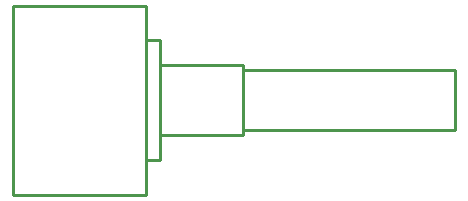
<source format=gto>
G04 Layer: TopSilkLayer*
G04 EasyEDA v6.4.25, 2021-12-11T01:25:18+11:00*
G04 a67cddfb3fce44daa9051d46cbbcc19f,10*
G04 Gerber Generator version 0.2*
G04 Scale: 100 percent, Rotated: No, Reflected: No *
G04 Dimensions in inches *
G04 leading zeros omitted , absolute positions ,3 integer and 6 decimal *
%FSLAX36Y36*%
%MOIN*%

%ADD10C,0.0100*%

%LPD*%
D10*
X345747Y415650D02*
G01*
X621338Y415650D01*
X621338Y415650D02*
G01*
X621338Y185001D01*
X345747Y185001D01*
X621338Y400001D02*
G01*
X1330000Y400001D01*
X621338Y199223D02*
G01*
X1330000Y199223D01*
X300000Y500001D02*
G01*
X345000Y500001D01*
X1330000Y400001D02*
G01*
X1330000Y199223D01*
X345000Y500001D02*
G01*
X345000Y101350D01*
X345000Y100001D02*
G01*
X300000Y100001D01*
X-145000Y-14998D02*
G01*
X300000Y-14998D01*
X-145000Y615001D02*
G01*
X-145000Y-14960D01*
X300000Y615001D02*
G01*
X300000Y-14920D01*
X300000Y615001D02*
G01*
X-145000Y615001D01*
M02*

</source>
